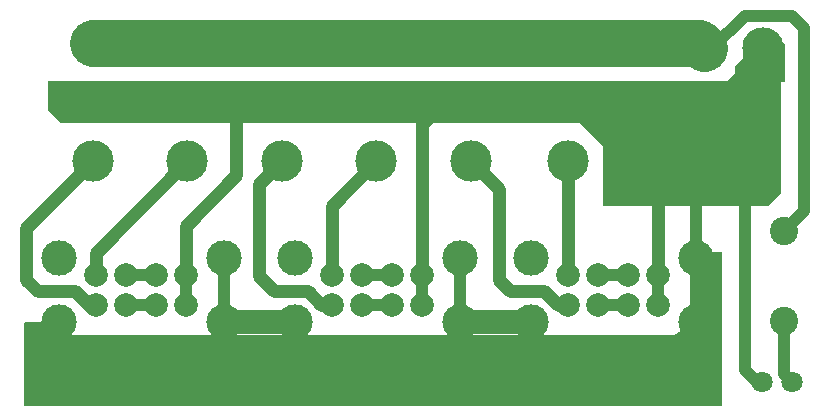
<source format=gbl>
%FSLAX34Y34*%
%MOMM*%
%LNCOPPER_BOTTOM*%
G71*
G01*
%ADD10C, 2.000*%
%ADD11C, 3.000*%
%ADD12C, 1.000*%
%ADD13C, 3.500*%
%ADD14C, 1.800*%
%ADD15C, 1.100*%
%ADD16C, 4.000*%
%ADD17C, 2.400*%
%ADD18C, 2.000*%
%ADD19C, 0.100*%
%LPD*%
X236441Y410494D02*
G54D10*
D03*
X211041Y410494D02*
G54D10*
D03*
X185641Y410494D02*
G54D10*
D03*
X160241Y410494D02*
G54D10*
D03*
X236441Y385094D02*
G54D10*
D03*
X211041Y385094D02*
G54D10*
D03*
X185641Y385094D02*
G54D10*
D03*
X160241Y385094D02*
G54D10*
D03*
X269041Y425294D02*
G54D11*
D03*
X129041Y425294D02*
G54D11*
D03*
X129041Y370294D02*
G54D11*
D03*
X269041Y370294D02*
G54D11*
D03*
X436441Y410494D02*
G54D10*
D03*
X411041Y410494D02*
G54D10*
D03*
X385641Y410494D02*
G54D10*
D03*
X360241Y410494D02*
G54D10*
D03*
X436441Y385094D02*
G54D10*
D03*
X411041Y385094D02*
G54D10*
D03*
X385641Y385094D02*
G54D10*
D03*
X360241Y385094D02*
G54D10*
D03*
X469041Y425294D02*
G54D11*
D03*
X329041Y425294D02*
G54D11*
D03*
X329041Y370294D02*
G54D11*
D03*
X469041Y370294D02*
G54D11*
D03*
X636441Y410494D02*
G54D10*
D03*
X611041Y410494D02*
G54D10*
D03*
X585641Y410494D02*
G54D10*
D03*
X560241Y410494D02*
G54D10*
D03*
X636441Y385094D02*
G54D10*
D03*
X611041Y385094D02*
G54D10*
D03*
X585641Y385094D02*
G54D10*
D03*
X560241Y385094D02*
G54D10*
D03*
X669041Y425294D02*
G54D11*
D03*
X529041Y425294D02*
G54D11*
D03*
X529041Y370294D02*
G54D11*
D03*
X669041Y370294D02*
G54D11*
D03*
G54D12*
X236441Y410494D02*
X236441Y385094D01*
G54D12*
X185641Y410494D02*
X211041Y410494D01*
G54D12*
X185641Y385094D02*
X211041Y385094D01*
G54D12*
X129041Y370294D02*
X129041Y340959D01*
X140000Y330000D01*
X260000Y330000D01*
X270000Y340000D01*
X270000Y369335D01*
X269041Y370294D01*
G54D12*
X269041Y370294D02*
X269041Y425294D01*
G54D12*
X385641Y410494D02*
X411041Y410494D01*
G54D12*
X385641Y385094D02*
X411041Y385094D01*
G54D12*
X585641Y410494D02*
X611041Y410494D01*
G54D12*
X585641Y385094D02*
X611041Y385094D01*
G54D12*
X469041Y425294D02*
X469041Y370294D01*
X469041Y349041D01*
X450000Y330000D01*
X340000Y330000D01*
X330000Y340000D01*
X330000Y369335D01*
X329041Y370294D01*
G54D12*
X669041Y425294D02*
X669041Y370294D01*
G54D12*
X669041Y370294D02*
X669041Y349041D01*
X650000Y330000D01*
X550000Y330000D01*
X530000Y350000D01*
X530000Y369335D01*
X529041Y370294D01*
G54D12*
X436441Y385094D02*
X436441Y410494D01*
G54D12*
X636441Y385094D02*
X636441Y410494D01*
X675699Y602484D02*
G54D13*
D03*
X725699Y602484D02*
G54D13*
D03*
X158118Y606910D02*
G54D13*
D03*
X158118Y506910D02*
G54D13*
D03*
X238118Y606910D02*
G54D13*
D03*
X238118Y506910D02*
G54D13*
D03*
X318118Y606910D02*
G54D13*
D03*
X318118Y506910D02*
G54D13*
D03*
X398118Y606910D02*
G54D13*
D03*
X398118Y506910D02*
G54D13*
D03*
X478118Y606910D02*
G54D13*
D03*
X478118Y506910D02*
G54D13*
D03*
X560118Y606910D02*
G54D13*
D03*
X560118Y506910D02*
G54D13*
D03*
X750000Y320000D02*
G54D14*
D03*
X724600Y320000D02*
G54D14*
D03*
G54D15*
X160241Y385094D02*
X154656Y385094D01*
X142875Y396875D01*
X111125Y396875D01*
X101600Y406400D01*
X101600Y450392D01*
X158118Y506910D01*
G54D15*
X160241Y410494D02*
X160241Y429033D01*
X238118Y506910D01*
G54D15*
X360241Y385094D02*
X351506Y385094D01*
X339725Y396875D01*
X311150Y396875D01*
X298450Y409575D01*
X298450Y487242D01*
X318118Y506910D01*
G54D15*
X360241Y410494D02*
X360241Y469033D01*
X398118Y506910D01*
G54D15*
X560241Y385094D02*
X551530Y385094D01*
X539750Y396875D01*
X511175Y396875D01*
X501650Y406400D01*
X501650Y483378D01*
X478118Y506910D01*
G54D15*
X560241Y410494D02*
X560241Y506787D01*
X560118Y506910D01*
G54D15*
X236441Y410494D02*
X236441Y452341D01*
X279400Y495300D01*
X279400Y546100D01*
X292100Y558800D01*
X711200Y558800D01*
X723900Y571500D01*
X725699Y602484D01*
G54D15*
X436441Y410494D02*
X436441Y538041D01*
X457200Y558800D01*
G54D15*
X636441Y410494D02*
X636441Y534841D01*
X660400Y558800D01*
G54D16*
X158118Y606910D02*
X238118Y606910D01*
X318118Y606910D01*
X398118Y606910D01*
X478118Y606910D01*
X560118Y606910D01*
X671273Y606910D01*
X675699Y602484D01*
X743298Y448074D02*
G54D17*
D03*
X743298Y371874D02*
G54D17*
D03*
G54D12*
X743298Y371874D02*
X743298Y326702D01*
X750000Y320000D01*
G54D12*
X724600Y320000D02*
X720000Y320000D01*
X710000Y330000D01*
X710000Y557600D01*
X723900Y571500D01*
X723900Y600685D01*
X725699Y602484D01*
G54D12*
X675699Y602484D02*
X682484Y602484D01*
X710000Y630000D01*
X750000Y630000D01*
X760000Y620000D01*
X760000Y464776D01*
X743298Y448074D01*
G54D12*
X669041Y425294D02*
X669041Y516641D01*
X723900Y571500D01*
X723900Y600685D01*
X725699Y602484D01*
G54D18*
X269041Y370294D02*
X329041Y370294D01*
G54D18*
X469041Y370294D02*
X529041Y370294D01*
G36*
X725699Y602484D02*
X727516Y602484D01*
X740000Y590000D01*
X740000Y480000D01*
X730000Y470000D01*
X590000Y470000D01*
X590000Y520000D01*
X570000Y540000D01*
X130000Y540000D01*
X120000Y550000D01*
X120000Y575000D01*
X695000Y575000D01*
X710000Y590000D01*
X713215Y590000D01*
X725699Y602484D01*
G37*
G54D19*
X725699Y602484D02*
X727516Y602484D01*
X740000Y590000D01*
X740000Y480000D01*
X730000Y470000D01*
X590000Y470000D01*
X590000Y520000D01*
X570000Y540000D01*
X130000Y540000D01*
X120000Y550000D01*
X120000Y575000D01*
X695000Y575000D01*
X710000Y590000D01*
X713215Y590000D01*
X725699Y602484D01*
G36*
X695000Y575000D02*
X698825Y575000D01*
X701675Y577850D01*
X701675Y587375D01*
X708025Y593725D01*
X708025Y609600D01*
X739775Y609600D01*
X742950Y606425D01*
X742950Y574675D01*
X720725Y574675D01*
X717550Y571500D01*
X695000Y575000D01*
G37*
G54D19*
X695000Y575000D02*
X698825Y575000D01*
X701675Y577850D01*
X701675Y587375D01*
X708025Y593725D01*
X708025Y609600D01*
X739775Y609600D01*
X742950Y606425D01*
X742950Y574675D01*
X720725Y574675D01*
X717550Y571500D01*
X695000Y575000D01*
G36*
X129041Y370294D02*
X100294Y370294D01*
X100000Y370000D01*
X100000Y300000D01*
X150000Y300000D01*
X150000Y349335D01*
X129041Y370294D01*
G37*
G54D19*
X129041Y370294D02*
X100294Y370294D01*
X100000Y370000D01*
X100000Y300000D01*
X150000Y300000D01*
X150000Y349335D01*
X129041Y370294D01*
G36*
X140000Y360000D02*
X690000Y360000D01*
X690000Y300000D01*
X150000Y300000D01*
X150000Y349335D01*
X129041Y370294D01*
X140000Y360000D01*
G37*
G54D19*
X140000Y360000D02*
X690000Y360000D01*
X690000Y300000D01*
X150000Y300000D01*
X150000Y349335D01*
X129041Y370294D01*
X140000Y360000D01*
G36*
X690000Y360000D02*
X690000Y430000D01*
X673746Y430000D01*
X669041Y425294D01*
X669041Y370294D01*
X690000Y360000D01*
G37*
G54D19*
X690000Y360000D02*
X690000Y430000D01*
X673746Y430000D01*
X669041Y425294D01*
X669041Y370294D01*
X690000Y360000D01*
G36*
X650000Y360000D02*
X690000Y360000D01*
X690000Y370000D01*
X669335Y370000D01*
X669041Y370294D01*
X650000Y360000D01*
G37*
G54D19*
X650000Y360000D02*
X690000Y360000D01*
X690000Y370000D01*
X669335Y370000D01*
X669041Y370294D01*
X650000Y360000D01*
M02*

</source>
